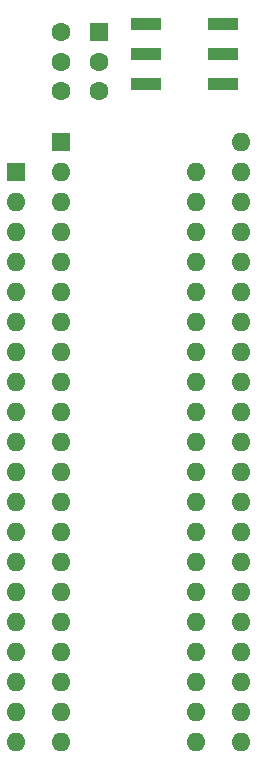
<source format=gbr>
%TF.GenerationSoftware,KiCad,Pcbnew,(6.0.6-1)-1*%
%TF.CreationDate,2022-08-08T01:27:23-04:00*%
%TF.ProjectId,tl866_27c322_adapter,746c3836-365f-4323-9763-3332325f6164,rev?*%
%TF.SameCoordinates,Original*%
%TF.FileFunction,Soldermask,Top*%
%TF.FilePolarity,Negative*%
%FSLAX46Y46*%
G04 Gerber Fmt 4.6, Leading zero omitted, Abs format (unit mm)*
G04 Created by KiCad (PCBNEW (6.0.6-1)-1) date 2022-08-08 01:27:23*
%MOMM*%
%LPD*%
G01*
G04 APERTURE LIST*
%ADD10R,2.500000X1.000000*%
%ADD11C,1.600000*%
%ADD12R,1.600000X1.600000*%
%ADD13O,1.600000X1.600000*%
G04 APERTURE END LIST*
D10*
%TO.C,SW1*%
X139626300Y-56744900D03*
X146126300Y-56744900D03*
X146126300Y-54204900D03*
X139626300Y-59284900D03*
X146126300Y-59284900D03*
X139626300Y-54204900D03*
%TD*%
D11*
%TO.C,SW2*%
X132410400Y-59869500D03*
X132410400Y-57369500D03*
X132410400Y-54869500D03*
X135610400Y-59869500D03*
X135610400Y-57369500D03*
D12*
X135610400Y-54869500D03*
%TD*%
%TO.C,J1*%
X132435600Y-64185800D03*
D13*
X132435600Y-66725800D03*
X132435600Y-69265800D03*
X132435600Y-71805800D03*
X132435600Y-74345800D03*
X132435600Y-76885800D03*
X132435600Y-79425800D03*
X132435600Y-81965800D03*
X132435600Y-84505800D03*
X132435600Y-87045800D03*
X132435600Y-89585800D03*
X132435600Y-92125800D03*
X132435600Y-94665800D03*
X132435600Y-97205800D03*
X132435600Y-99745800D03*
X132435600Y-102285800D03*
X132435600Y-104825800D03*
X132435600Y-107365800D03*
X132435600Y-109905800D03*
X132435600Y-112445800D03*
X132435600Y-114985800D03*
X147675600Y-114985800D03*
X147675600Y-112445800D03*
X147675600Y-109905800D03*
X147675600Y-107365800D03*
X147675600Y-104825800D03*
X147675600Y-102285800D03*
X147675600Y-99745800D03*
X147675600Y-97205800D03*
X147675600Y-94665800D03*
X147675600Y-92125800D03*
X147675600Y-89585800D03*
X147675600Y-87045800D03*
X147675600Y-84505800D03*
X147675600Y-81965800D03*
X147675600Y-79425800D03*
X147675600Y-76885800D03*
X147675600Y-74345800D03*
X147675600Y-71805800D03*
X147675600Y-69265800D03*
X147675600Y-66725800D03*
X147675600Y-64185800D03*
%TD*%
%TO.C,J2*%
X143809800Y-66705400D03*
X143809800Y-69245400D03*
X143809800Y-71785400D03*
X143809800Y-74325400D03*
X143809800Y-76865400D03*
X143809800Y-79405400D03*
X143809800Y-81945400D03*
X143809800Y-84485400D03*
X143809800Y-87025400D03*
X143809800Y-89565400D03*
X143809800Y-92105400D03*
X143809800Y-94645400D03*
X143809800Y-97185400D03*
X143809800Y-99725400D03*
X143809800Y-102265400D03*
X143809800Y-104805400D03*
X143809800Y-107345400D03*
X143809800Y-109885400D03*
X143809800Y-112425400D03*
X143809800Y-114965400D03*
X128569800Y-114965400D03*
X128569800Y-112425400D03*
X128569800Y-109885400D03*
X128569800Y-107345400D03*
X128569800Y-104805400D03*
X128569800Y-102265400D03*
X128569800Y-99725400D03*
X128569800Y-97185400D03*
X128569800Y-94645400D03*
X128569800Y-92105400D03*
X128569800Y-89565400D03*
X128569800Y-87025400D03*
X128569800Y-84485400D03*
X128569800Y-81945400D03*
X128569800Y-79405400D03*
X128569800Y-76865400D03*
X128569800Y-74325400D03*
X128569800Y-71785400D03*
X128569800Y-69245400D03*
D12*
X128569800Y-66705400D03*
%TD*%
M02*

</source>
